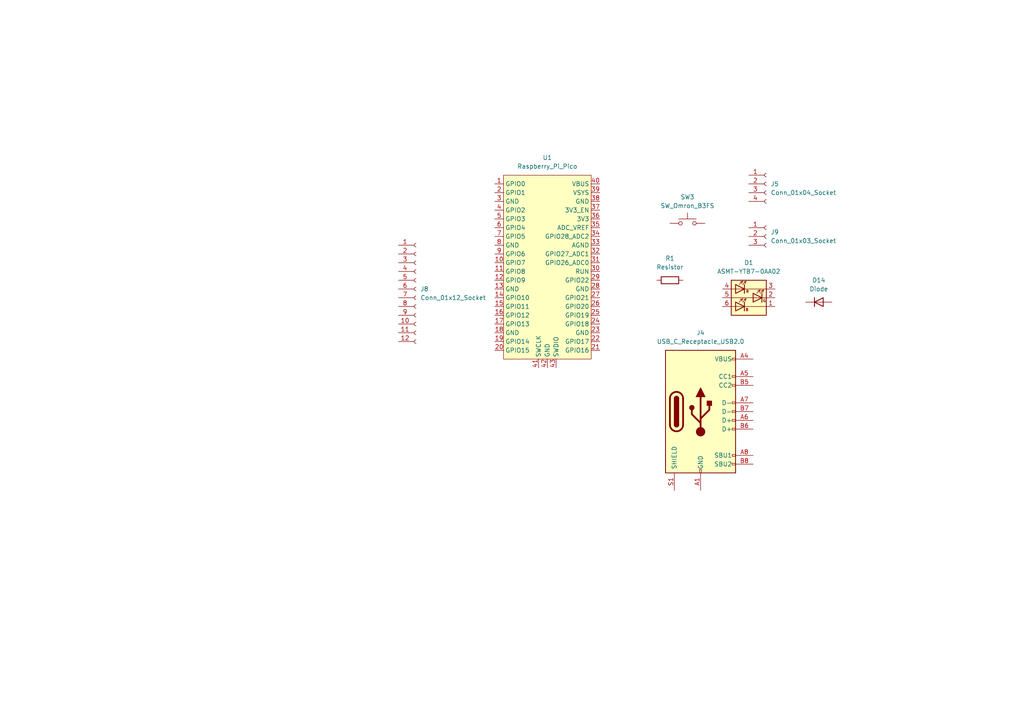
<source format=kicad_sch>
(kicad_sch (version 20230121) (generator eeschema)

  (uuid cc93ba93-52c5-40e3-999d-01b7f0e97828)

  (paper "A4")

  (lib_symbols
    (symbol "Connector:Conn_01x03_Socket" (pin_names (offset 1.016) hide) (in_bom yes) (on_board yes)
      (property "Reference" "J" (at 0 5.08 0)
        (effects (font (size 1.27 1.27)))
      )
      (property "Value" "Conn_01x03_Socket" (at 0 -5.08 0)
        (effects (font (size 1.27 1.27)))
      )
      (property "Footprint" "" (at 0 0 0)
        (effects (font (size 1.27 1.27)) hide)
      )
      (property "Datasheet" "~" (at 0 0 0)
        (effects (font (size 1.27 1.27)) hide)
      )
      (property "ki_locked" "" (at 0 0 0)
        (effects (font (size 1.27 1.27)))
      )
      (property "ki_keywords" "connector" (at 0 0 0)
        (effects (font (size 1.27 1.27)) hide)
      )
      (property "ki_description" "Generic connector, single row, 01x03, script generated" (at 0 0 0)
        (effects (font (size 1.27 1.27)) hide)
      )
      (property "ki_fp_filters" "Connector*:*_1x??_*" (at 0 0 0)
        (effects (font (size 1.27 1.27)) hide)
      )
      (symbol "Conn_01x03_Socket_1_1"
        (arc (start 0 -2.032) (mid -0.5058 -2.54) (end 0 -3.048)
          (stroke (width 0.1524) (type default))
          (fill (type none))
        )
        (polyline
          (pts
            (xy -1.27 -2.54)
            (xy -0.508 -2.54)
          )
          (stroke (width 0.1524) (type default))
          (fill (type none))
        )
        (polyline
          (pts
            (xy -1.27 0)
            (xy -0.508 0)
          )
          (stroke (width 0.1524) (type default))
          (fill (type none))
        )
        (polyline
          (pts
            (xy -1.27 2.54)
            (xy -0.508 2.54)
          )
          (stroke (width 0.1524) (type default))
          (fill (type none))
        )
        (arc (start 0 0.508) (mid -0.5058 0) (end 0 -0.508)
          (stroke (width 0.1524) (type default))
          (fill (type none))
        )
        (arc (start 0 3.048) (mid -0.5058 2.54) (end 0 2.032)
          (stroke (width 0.1524) (type default))
          (fill (type none))
        )
        (pin passive line (at -5.08 2.54 0) (length 3.81)
          (name "Pin_1" (effects (font (size 1.27 1.27))))
          (number "1" (effects (font (size 1.27 1.27))))
        )
        (pin passive line (at -5.08 0 0) (length 3.81)
          (name "Pin_2" (effects (font (size 1.27 1.27))))
          (number "2" (effects (font (size 1.27 1.27))))
        )
        (pin passive line (at -5.08 -2.54 0) (length 3.81)
          (name "Pin_3" (effects (font (size 1.27 1.27))))
          (number "3" (effects (font (size 1.27 1.27))))
        )
      )
    )
    (symbol "Connector:Conn_01x04_Socket" (pin_names (offset 1.016) hide) (in_bom yes) (on_board yes)
      (property "Reference" "J" (at 0 5.08 0)
        (effects (font (size 1.27 1.27)))
      )
      (property "Value" "Conn_01x04_Socket" (at 0 -7.62 0)
        (effects (font (size 1.27 1.27)))
      )
      (property "Footprint" "" (at 0 0 0)
        (effects (font (size 1.27 1.27)) hide)
      )
      (property "Datasheet" "~" (at 0 0 0)
        (effects (font (size 1.27 1.27)) hide)
      )
      (property "ki_locked" "" (at 0 0 0)
        (effects (font (size 1.27 1.27)))
      )
      (property "ki_keywords" "connector" (at 0 0 0)
        (effects (font (size 1.27 1.27)) hide)
      )
      (property "ki_description" "Generic connector, single row, 01x04, script generated" (at 0 0 0)
        (effects (font (size 1.27 1.27)) hide)
      )
      (property "ki_fp_filters" "Connector*:*_1x??_*" (at 0 0 0)
        (effects (font (size 1.27 1.27)) hide)
      )
      (symbol "Conn_01x04_Socket_1_1"
        (arc (start 0 -4.572) (mid -0.5058 -5.08) (end 0 -5.588)
          (stroke (width 0.1524) (type default))
          (fill (type none))
        )
        (arc (start 0 -2.032) (mid -0.5058 -2.54) (end 0 -3.048)
          (stroke (width 0.1524) (type default))
          (fill (type none))
        )
        (polyline
          (pts
            (xy -1.27 -5.08)
            (xy -0.508 -5.08)
          )
          (stroke (width 0.1524) (type default))
          (fill (type none))
        )
        (polyline
          (pts
            (xy -1.27 -2.54)
            (xy -0.508 -2.54)
          )
          (stroke (width 0.1524) (type default))
          (fill (type none))
        )
        (polyline
          (pts
            (xy -1.27 0)
            (xy -0.508 0)
          )
          (stroke (width 0.1524) (type default))
          (fill (type none))
        )
        (polyline
          (pts
            (xy -1.27 2.54)
            (xy -0.508 2.54)
          )
          (stroke (width 0.1524) (type default))
          (fill (type none))
        )
        (arc (start 0 0.508) (mid -0.5058 0) (end 0 -0.508)
          (stroke (width 0.1524) (type default))
          (fill (type none))
        )
        (arc (start 0 3.048) (mid -0.5058 2.54) (end 0 2.032)
          (stroke (width 0.1524) (type default))
          (fill (type none))
        )
        (pin passive line (at -5.08 2.54 0) (length 3.81)
          (name "Pin_1" (effects (font (size 1.27 1.27))))
          (number "1" (effects (font (size 1.27 1.27))))
        )
        (pin passive line (at -5.08 0 0) (length 3.81)
          (name "Pin_2" (effects (font (size 1.27 1.27))))
          (number "2" (effects (font (size 1.27 1.27))))
        )
        (pin passive line (at -5.08 -2.54 0) (length 3.81)
          (name "Pin_3" (effects (font (size 1.27 1.27))))
          (number "3" (effects (font (size 1.27 1.27))))
        )
        (pin passive line (at -5.08 -5.08 0) (length 3.81)
          (name "Pin_4" (effects (font (size 1.27 1.27))))
          (number "4" (effects (font (size 1.27 1.27))))
        )
      )
    )
    (symbol "Connector:Conn_01x12_Socket" (pin_names (offset 1.016) hide) (in_bom yes) (on_board yes)
      (property "Reference" "J" (at 0 15.24 0)
        (effects (font (size 1.27 1.27)))
      )
      (property "Value" "Conn_01x12_Socket" (at 0 -17.78 0)
        (effects (font (size 1.27 1.27)))
      )
      (property "Footprint" "" (at 0 0 0)
        (effects (font (size 1.27 1.27)) hide)
      )
      (property "Datasheet" "~" (at 0 0 0)
        (effects (font (size 1.27 1.27)) hide)
      )
      (property "ki_locked" "" (at 0 0 0)
        (effects (font (size 1.27 1.27)))
      )
      (property "ki_keywords" "connector" (at 0 0 0)
        (effects (font (size 1.27 1.27)) hide)
      )
      (property "ki_description" "Generic connector, single row, 01x12, script generated" (at 0 0 0)
        (effects (font (size 1.27 1.27)) hide)
      )
      (property "ki_fp_filters" "Connector*:*_1x??_*" (at 0 0 0)
        (effects (font (size 1.27 1.27)) hide)
      )
      (symbol "Conn_01x12_Socket_1_1"
        (arc (start 0 -14.732) (mid -0.5058 -15.24) (end 0 -15.748)
          (stroke (width 0.1524) (type default))
          (fill (type none))
        )
        (arc (start 0 -12.192) (mid -0.5058 -12.7) (end 0 -13.208)
          (stroke (width 0.1524) (type default))
          (fill (type none))
        )
        (arc (start 0 -9.652) (mid -0.5058 -10.16) (end 0 -10.668)
          (stroke (width 0.1524) (type default))
          (fill (type none))
        )
        (arc (start 0 -7.112) (mid -0.5058 -7.62) (end 0 -8.128)
          (stroke (width 0.1524) (type default))
          (fill (type none))
        )
        (arc (start 0 -4.572) (mid -0.5058 -5.08) (end 0 -5.588)
          (stroke (width 0.1524) (type default))
          (fill (type none))
        )
        (arc (start 0 -2.032) (mid -0.5058 -2.54) (end 0 -3.048)
          (stroke (width 0.1524) (type default))
          (fill (type none))
        )
        (polyline
          (pts
            (xy -1.27 -15.24)
            (xy -0.508 -15.24)
          )
          (stroke (width 0.1524) (type default))
          (fill (type none))
        )
        (polyline
          (pts
            (xy -1.27 -12.7)
            (xy -0.508 -12.7)
          )
          (stroke (width 0.1524) (type default))
          (fill (type none))
        )
        (polyline
          (pts
            (xy -1.27 -10.16)
            (xy -0.508 -10.16)
          )
          (stroke (width 0.1524) (type default))
          (fill (type none))
        )
        (polyline
          (pts
            (xy -1.27 -7.62)
            (xy -0.508 -7.62)
          )
          (stroke (width 0.1524) (type default))
          (fill (type none))
        )
        (polyline
          (pts
            (xy -1.27 -5.08)
            (xy -0.508 -5.08)
          )
          (stroke (width 0.1524) (type default))
          (fill (type none))
        )
        (polyline
          (pts
            (xy -1.27 -2.54)
            (xy -0.508 -2.54)
          )
          (stroke (width 0.1524) (type default))
          (fill (type none))
        )
        (polyline
          (pts
            (xy -1.27 0)
            (xy -0.508 0)
          )
          (stroke (width 0.1524) (type default))
          (fill (type none))
        )
        (polyline
          (pts
            (xy -1.27 2.54)
            (xy -0.508 2.54)
          )
          (stroke (width 0.1524) (type default))
          (fill (type none))
        )
        (polyline
          (pts
            (xy -1.27 5.08)
            (xy -0.508 5.08)
          )
          (stroke (width 0.1524) (type default))
          (fill (type none))
        )
        (polyline
          (pts
            (xy -1.27 7.62)
            (xy -0.508 7.62)
          )
          (stroke (width 0.1524) (type default))
          (fill (type none))
        )
        (polyline
          (pts
            (xy -1.27 10.16)
            (xy -0.508 10.16)
          )
          (stroke (width 0.1524) (type default))
          (fill (type none))
        )
        (polyline
          (pts
            (xy -1.27 12.7)
            (xy -0.508 12.7)
          )
          (stroke (width 0.1524) (type default))
          (fill (type none))
        )
        (arc (start 0 0.508) (mid -0.5058 0) (end 0 -0.508)
          (stroke (width 0.1524) (type default))
          (fill (type none))
        )
        (arc (start 0 3.048) (mid -0.5058 2.54) (end 0 2.032)
          (stroke (width 0.1524) (type default))
          (fill (type none))
        )
        (arc (start 0 5.588) (mid -0.5058 5.08) (end 0 4.572)
          (stroke (width 0.1524) (type default))
          (fill (type none))
        )
        (arc (start 0 8.128) (mid -0.5058 7.62) (end 0 7.112)
          (stroke (width 0.1524) (type default))
          (fill (type none))
        )
        (arc (start 0 10.668) (mid -0.5058 10.16) (end 0 9.652)
          (stroke (width 0.1524) (type default))
          (fill (type none))
        )
        (arc (start 0 13.208) (mid -0.5058 12.7) (end 0 12.192)
          (stroke (width 0.1524) (type default))
          (fill (type none))
        )
        (pin passive line (at -5.08 12.7 0) (length 3.81)
          (name "Pin_1" (effects (font (size 1.27 1.27))))
          (number "1" (effects (font (size 1.27 1.27))))
        )
        (pin passive line (at -5.08 -10.16 0) (length 3.81)
          (name "Pin_10" (effects (font (size 1.27 1.27))))
          (number "10" (effects (font (size 1.27 1.27))))
        )
        (pin passive line (at -5.08 -12.7 0) (length 3.81)
          (name "Pin_11" (effects (font (size 1.27 1.27))))
          (number "11" (effects (font (size 1.27 1.27))))
        )
        (pin passive line (at -5.08 -15.24 0) (length 3.81)
          (name "Pin_12" (effects (font (size 1.27 1.27))))
          (number "12" (effects (font (size 1.27 1.27))))
        )
        (pin passive line (at -5.08 10.16 0) (length 3.81)
          (name "Pin_2" (effects (font (size 1.27 1.27))))
          (number "2" (effects (font (size 1.27 1.27))))
        )
        (pin passive line (at -5.08 7.62 0) (length 3.81)
          (name "Pin_3" (effects (font (size 1.27 1.27))))
          (number "3" (effects (font (size 1.27 1.27))))
        )
        (pin passive line (at -5.08 5.08 0) (length 3.81)
          (name "Pin_4" (effects (font (size 1.27 1.27))))
          (number "4" (effects (font (size 1.27 1.27))))
        )
        (pin passive line (at -5.08 2.54 0) (length 3.81)
          (name "Pin_5" (effects (font (size 1.27 1.27))))
          (number "5" (effects (font (size 1.27 1.27))))
        )
        (pin passive line (at -5.08 0 0) (length 3.81)
          (name "Pin_6" (effects (font (size 1.27 1.27))))
          (number "6" (effects (font (size 1.27 1.27))))
        )
        (pin passive line (at -5.08 -2.54 0) (length 3.81)
          (name "Pin_7" (effects (font (size 1.27 1.27))))
          (number "7" (effects (font (size 1.27 1.27))))
        )
        (pin passive line (at -5.08 -5.08 0) (length 3.81)
          (name "Pin_8" (effects (font (size 1.27 1.27))))
          (number "8" (effects (font (size 1.27 1.27))))
        )
        (pin passive line (at -5.08 -7.62 0) (length 3.81)
          (name "Pin_9" (effects (font (size 1.27 1.27))))
          (number "9" (effects (font (size 1.27 1.27))))
        )
      )
    )
    (symbol "Connector:USB_C_Receptacle_USB2.0" (pin_names (offset 1.016)) (in_bom yes) (on_board yes)
      (property "Reference" "J" (at -10.16 19.05 0)
        (effects (font (size 1.27 1.27)) (justify left))
      )
      (property "Value" "USB_C_Receptacle_USB2.0" (at 19.05 19.05 0)
        (effects (font (size 1.27 1.27)) (justify right))
      )
      (property "Footprint" "" (at 3.81 0 0)
        (effects (font (size 1.27 1.27)) hide)
      )
      (property "Datasheet" "https://www.usb.org/sites/default/files/documents/usb_type-c.zip" (at 3.81 0 0)
        (effects (font (size 1.27 1.27)) hide)
      )
      (property "ki_keywords" "usb universal serial bus type-C USB2.0" (at 0 0 0)
        (effects (font (size 1.27 1.27)) hide)
      )
      (property "ki_description" "USB 2.0-only Type-C Receptacle connector" (at 0 0 0)
        (effects (font (size 1.27 1.27)) hide)
      )
      (property "ki_fp_filters" "USB*C*Receptacle*" (at 0 0 0)
        (effects (font (size 1.27 1.27)) hide)
      )
      (symbol "USB_C_Receptacle_USB2.0_0_0"
        (rectangle (start -0.254 -17.78) (end 0.254 -16.764)
          (stroke (width 0) (type default))
          (fill (type none))
        )
        (rectangle (start 10.16 -14.986) (end 9.144 -15.494)
          (stroke (width 0) (type default))
          (fill (type none))
        )
        (rectangle (start 10.16 -12.446) (end 9.144 -12.954)
          (stroke (width 0) (type default))
          (fill (type none))
        )
        (rectangle (start 10.16 -4.826) (end 9.144 -5.334)
          (stroke (width 0) (type default))
          (fill (type none))
        )
        (rectangle (start 10.16 -2.286) (end 9.144 -2.794)
          (stroke (width 0) (type default))
          (fill (type none))
        )
        (rectangle (start 10.16 0.254) (end 9.144 -0.254)
          (stroke (width 0) (type default))
          (fill (type none))
        )
        (rectangle (start 10.16 2.794) (end 9.144 2.286)
          (stroke (width 0) (type default))
          (fill (type none))
        )
        (rectangle (start 10.16 7.874) (end 9.144 7.366)
          (stroke (width 0) (type default))
          (fill (type none))
        )
        (rectangle (start 10.16 10.414) (end 9.144 9.906)
          (stroke (width 0) (type default))
          (fill (type none))
        )
        (rectangle (start 10.16 15.494) (end 9.144 14.986)
          (stroke (width 0) (type default))
          (fill (type none))
        )
      )
      (symbol "USB_C_Receptacle_USB2.0_0_1"
        (rectangle (start -10.16 17.78) (end 10.16 -17.78)
          (stroke (width 0.254) (type default))
          (fill (type background))
        )
        (arc (start -8.89 -3.81) (mid -6.985 -5.7067) (end -5.08 -3.81)
          (stroke (width 0.508) (type default))
          (fill (type none))
        )
        (arc (start -7.62 -3.81) (mid -6.985 -4.4423) (end -6.35 -3.81)
          (stroke (width 0.254) (type default))
          (fill (type none))
        )
        (arc (start -7.62 -3.81) (mid -6.985 -4.4423) (end -6.35 -3.81)
          (stroke (width 0.254) (type default))
          (fill (type outline))
        )
        (rectangle (start -7.62 -3.81) (end -6.35 3.81)
          (stroke (width 0.254) (type default))
          (fill (type outline))
        )
        (arc (start -6.35 3.81) (mid -6.985 4.4423) (end -7.62 3.81)
          (stroke (width 0.254) (type default))
          (fill (type none))
        )
        (arc (start -6.35 3.81) (mid -6.985 4.4423) (end -7.62 3.81)
          (stroke (width 0.254) (type default))
          (fill (type outline))
        )
        (arc (start -5.08 3.81) (mid -6.985 5.7067) (end -8.89 3.81)
          (stroke (width 0.508) (type default))
          (fill (type none))
        )
        (circle (center -2.54 1.143) (radius 0.635)
          (stroke (width 0.254) (type default))
          (fill (type outline))
        )
        (circle (center 0 -5.842) (radius 1.27)
          (stroke (width 0) (type default))
          (fill (type outline))
        )
        (polyline
          (pts
            (xy -8.89 -3.81)
            (xy -8.89 3.81)
          )
          (stroke (width 0.508) (type default))
          (fill (type none))
        )
        (polyline
          (pts
            (xy -5.08 3.81)
            (xy -5.08 -3.81)
          )
          (stroke (width 0.508) (type default))
          (fill (type none))
        )
        (polyline
          (pts
            (xy 0 -5.842)
            (xy 0 4.318)
          )
          (stroke (width 0.508) (type default))
          (fill (type none))
        )
        (polyline
          (pts
            (xy 0 -3.302)
            (xy -2.54 -0.762)
            (xy -2.54 0.508)
          )
          (stroke (width 0.508) (type default))
          (fill (type none))
        )
        (polyline
          (pts
            (xy 0 -2.032)
            (xy 2.54 0.508)
            (xy 2.54 1.778)
          )
          (stroke (width 0.508) (type default))
          (fill (type none))
        )
        (polyline
          (pts
            (xy -1.27 4.318)
            (xy 0 6.858)
            (xy 1.27 4.318)
            (xy -1.27 4.318)
          )
          (stroke (width 0.254) (type default))
          (fill (type outline))
        )
        (rectangle (start 1.905 1.778) (end 3.175 3.048)
          (stroke (width 0.254) (type default))
          (fill (type outline))
        )
      )
      (symbol "USB_C_Receptacle_USB2.0_1_1"
        (pin passive line (at 0 -22.86 90) (length 5.08)
          (name "GND" (effects (font (size 1.27 1.27))))
          (number "A1" (effects (font (size 1.27 1.27))))
        )
        (pin passive line (at 0 -22.86 90) (length 5.08) hide
          (name "GND" (effects (font (size 1.27 1.27))))
          (number "A12" (effects (font (size 1.27 1.27))))
        )
        (pin passive line (at 15.24 15.24 180) (length 5.08)
          (name "VBUS" (effects (font (size 1.27 1.27))))
          (number "A4" (effects (font (size 1.27 1.27))))
        )
        (pin bidirectional line (at 15.24 10.16 180) (length 5.08)
          (name "CC1" (effects (font (size 1.27 1.27))))
          (number "A5" (effects (font (size 1.27 1.27))))
        )
        (pin bidirectional line (at 15.24 -2.54 180) (length 5.08)
          (name "D+" (effects (font (size 1.27 1.27))))
          (number "A6" (effects (font (size 1.27 1.27))))
        )
        (pin bidirectional line (at 15.24 2.54 180) (length 5.08)
          (name "D-" (effects (font (size 1.27 1.27))))
          (number "A7" (effects (font (size 1.27 1.27))))
        )
        (pin bidirectional line (at 15.24 -12.7 180) (length 5.08)
          (name "SBU1" (effects (font (size 1.27 1.27))))
          (number "A8" (effects (font (size 1.27 1.27))))
        )
        (pin passive line (at 15.24 15.24 180) (length 5.08) hide
          (name "VBUS" (effects (font (size 1.27 1.27))))
          (number "A9" (effects (font (size 1.27 1.27))))
        )
        (pin passive line (at 0 -22.86 90) (length 5.08) hide
          (name "GND" (effects (font (size 1.27 1.27))))
          (number "B1" (effects (font (size 1.27 1.27))))
        )
        (pin passive line (at 0 -22.86 90) (length 5.08) hide
          (name "GND" (effects (font (size 1.27 1.27))))
          (number "B12" (effects (font (size 1.27 1.27))))
        )
        (pin passive line (at 15.24 15.24 180) (length 5.08) hide
          (name "VBUS" (effects (font (size 1.27 1.27))))
          (number "B4" (effects (font (size 1.27 1.27))))
        )
        (pin bidirectional line (at 15.24 7.62 180) (length 5.08)
          (name "CC2" (effects (font (size 1.27 1.27))))
          (number "B5" (effects (font (size 1.27 1.27))))
        )
        (pin bidirectional line (at 15.24 -5.08 180) (length 5.08)
          (name "D+" (effects (font (size 1.27 1.27))))
          (number "B6" (effects (font (size 1.27 1.27))))
        )
        (pin bidirectional line (at 15.24 0 180) (length 5.08)
          (name "D-" (effects (font (size 1.27 1.27))))
          (number "B7" (effects (font (size 1.27 1.27))))
        )
        (pin bidirectional line (at 15.24 -15.24 180) (length 5.08)
          (name "SBU2" (effects (font (size 1.27 1.27))))
          (number "B8" (effects (font (size 1.27 1.27))))
        )
        (pin passive line (at 15.24 15.24 180) (length 5.08) hide
          (name "VBUS" (effects (font (size 1.27 1.27))))
          (number "B9" (effects (font (size 1.27 1.27))))
        )
        (pin passive line (at -7.62 -22.86 90) (length 5.08)
          (name "SHIELD" (effects (font (size 1.27 1.27))))
          (number "S1" (effects (font (size 1.27 1.27))))
        )
      )
    )
    (symbol "LED:ASMT-YTB7-0AA02" (pin_names hide) (in_bom yes) (on_board yes)
      (property "Reference" "D" (at -5.08 6.35 0)
        (effects (font (size 1.27 1.27)) (justify left))
      )
      (property "Value" "ASMT-YTB7-0AA02" (at -5.08 -6.35 0)
        (effects (font (size 1.27 1.27)) (justify left))
      )
      (property "Footprint" "LED_SMD:LED_Avago_PLCC6_3x2.8mm" (at -5.08 -8.128 0)
        (effects (font (size 1.27 1.27)) (justify left) hide)
      )
      (property "Datasheet" "https://docs.broadcom.com/docs/AV02-3793EN" (at 3.81 0 0)
        (effects (font (size 1.27 1.27)) (justify left) hide)
      )
      (property "ki_keywords" "LED RGB" (at 0 0 0)
        (effects (font (size 1.27 1.27)) hide)
      )
      (property "ki_description" "Triple LED RVB (Avago Technology)" (at 0 0 0)
        (effects (font (size 1.27 1.27)) hide)
      )
      (property "ki_fp_filters" "LED?Avago?PLCC6?3x2.8mm*" (at 0 0 0)
        (effects (font (size 1.27 1.27)) hide)
      )
      (symbol "ASMT-YTB7-0AA02_0_0"
        (text "B" (at -0.508 -3.4544 0)
          (effects (font (size 0.762 0.762)))
        )
        (text "G" (at 4.5466 -0.8382 0)
          (effects (font (size 0.762 0.762)))
        )
        (text "R" (at -0.381 1.8034 0)
          (effects (font (size 0.762 0.762)))
        )
      )
      (symbol "ASMT-YTB7-0AA02_0_1"
        (rectangle (start -5.08 5.08) (end 5.08 -5.08)
          (stroke (width 0.254) (type default))
          (fill (type background))
        )
        (polyline
          (pts
            (xy -5.08 -2.54)
            (xy 5.08 -2.54)
          )
          (stroke (width 0) (type default))
          (fill (type none))
        )
        (polyline
          (pts
            (xy -5.08 0)
            (xy 5.08 0)
          )
          (stroke (width 0) (type default))
          (fill (type none))
        )
        (polyline
          (pts
            (xy -5.08 2.54)
            (xy 5.08 2.54)
          )
          (stroke (width 0) (type default))
          (fill (type none))
        )
        (polyline
          (pts
            (xy -2.794 -1.27)
            (xy -1.778 -0.254)
          )
          (stroke (width 0) (type default))
          (fill (type none))
        )
        (polyline
          (pts
            (xy -2.794 3.81)
            (xy -1.778 4.826)
          )
          (stroke (width 0) (type default))
          (fill (type none))
        )
        (polyline
          (pts
            (xy -1.778 -1.27)
            (xy -0.762 -0.254)
          )
          (stroke (width 0) (type default))
          (fill (type none))
        )
        (polyline
          (pts
            (xy -1.778 3.81)
            (xy -0.762 4.826)
          )
          (stroke (width 0) (type default))
          (fill (type none))
        )
        (polyline
          (pts
            (xy -1.27 -1.27)
            (xy -1.27 -3.81)
          )
          (stroke (width 0.254) (type default))
          (fill (type none))
        )
        (polyline
          (pts
            (xy -1.27 3.81)
            (xy -1.27 1.27)
          )
          (stroke (width 0.254) (type default))
          (fill (type none))
        )
        (polyline
          (pts
            (xy 2.286 1.27)
            (xy 3.302 2.286)
          )
          (stroke (width 0) (type default))
          (fill (type none))
        )
        (polyline
          (pts
            (xy 3.302 1.27)
            (xy 4.318 2.286)
          )
          (stroke (width 0) (type default))
          (fill (type none))
        )
        (polyline
          (pts
            (xy 3.81 1.27)
            (xy 3.81 -1.27)
          )
          (stroke (width 0.254) (type default))
          (fill (type none))
        )
        (polyline
          (pts
            (xy -2.54 4.572)
            (xy -1.778 4.826)
            (xy -2.032 4.064)
          )
          (stroke (width 0) (type default))
          (fill (type none))
        )
        (polyline
          (pts
            (xy -2.032 -1.016)
            (xy -1.778 -0.254)
            (xy -2.54 -0.508)
          )
          (stroke (width 0) (type default))
          (fill (type none))
        )
        (polyline
          (pts
            (xy -1.524 -0.508)
            (xy -0.762 -0.254)
            (xy -1.016 -1.016)
          )
          (stroke (width 0) (type default))
          (fill (type none))
        )
        (polyline
          (pts
            (xy -1.524 4.572)
            (xy -0.762 4.826)
            (xy -1.016 4.064)
          )
          (stroke (width 0) (type default))
          (fill (type none))
        )
        (polyline
          (pts
            (xy 3.048 1.524)
            (xy 3.302 2.286)
            (xy 2.54 2.032)
          )
          (stroke (width 0) (type default))
          (fill (type none))
        )
        (polyline
          (pts
            (xy 3.556 2.032)
            (xy 4.318 2.286)
            (xy 4.064 1.524)
          )
          (stroke (width 0) (type default))
          (fill (type none))
        )
        (polyline
          (pts
            (xy -3.81 -1.27)
            (xy -3.81 -3.81)
            (xy -1.27 -2.54)
            (xy -3.81 -1.27)
          )
          (stroke (width 0.254) (type default))
          (fill (type none))
        )
        (polyline
          (pts
            (xy -3.81 3.81)
            (xy -3.81 1.27)
            (xy -1.27 2.54)
            (xy -3.81 3.81)
          )
          (stroke (width 0.254) (type default))
          (fill (type none))
        )
        (polyline
          (pts
            (xy 1.27 1.27)
            (xy 1.27 -1.27)
            (xy 3.81 0)
            (xy 1.27 1.27)
          )
          (stroke (width 0.254) (type default))
          (fill (type none))
        )
      )
      (symbol "ASMT-YTB7-0AA02_1_1"
        (pin passive line (at 7.62 -2.54 180) (length 2.54)
          (name "KB" (effects (font (size 1.27 1.27))))
          (number "1" (effects (font (size 1.27 1.27))))
        )
        (pin passive line (at 7.62 0 180) (length 2.54)
          (name "KG" (effects (font (size 1.27 1.27))))
          (number "2" (effects (font (size 1.27 1.27))))
        )
        (pin passive line (at 7.62 2.54 180) (length 2.54)
          (name "KR" (effects (font (size 1.27 1.27))))
          (number "3" (effects (font (size 1.27 1.27))))
        )
        (pin passive line (at -7.62 2.54 0) (length 2.54)
          (name "AR" (effects (font (size 1.27 1.27))))
          (number "4" (effects (font (size 1.27 1.27))))
        )
        (pin passive line (at -7.62 0 0) (length 2.54)
          (name "AG" (effects (font (size 1.27 1.27))))
          (number "5" (effects (font (size 1.27 1.27))))
        )
        (pin passive line (at -7.62 -2.54 0) (length 2.54)
          (name "AB" (effects (font (size 1.27 1.27))))
          (number "6" (effects (font (size 1.27 1.27))))
        )
      )
    )
    (symbol "ScottoKeebs:MCU_Raspberry_Pi_Pico" (in_bom yes) (on_board yes)
      (property "Reference" "U" (at 0 0 0)
        (effects (font (size 1.27 1.27)))
      )
      (property "Value" "Raspberry_Pi_Pico" (at 0 27.94 0)
        (effects (font (size 1.27 1.27)))
      )
      (property "Footprint" "ScottoKeebs_MCU:Raspberry_Pi_Pico" (at 0 30.48 0)
        (effects (font (size 1.27 1.27)) hide)
      )
      (property "Datasheet" "" (at 0 0 0)
        (effects (font (size 1.27 1.27)) hide)
      )
      (symbol "MCU_Raspberry_Pi_Pico_0_1"
        (rectangle (start -12.7 26.67) (end 12.7 -26.67)
          (stroke (width 0) (type default))
          (fill (type background))
        )
      )
      (symbol "MCU_Raspberry_Pi_Pico_1_1"
        (pin bidirectional line (at -15.24 24.13 0) (length 2.54)
          (name "GPIO0" (effects (font (size 1.27 1.27))))
          (number "1" (effects (font (size 1.27 1.27))))
        )
        (pin bidirectional line (at -15.24 1.27 0) (length 2.54)
          (name "GPIO7" (effects (font (size 1.27 1.27))))
          (number "10" (effects (font (size 1.27 1.27))))
        )
        (pin bidirectional line (at -15.24 -1.27 0) (length 2.54)
          (name "GPIO8" (effects (font (size 1.27 1.27))))
          (number "11" (effects (font (size 1.27 1.27))))
        )
        (pin bidirectional line (at -15.24 -3.81 0) (length 2.54)
          (name "GPIO9" (effects (font (size 1.27 1.27))))
          (number "12" (effects (font (size 1.27 1.27))))
        )
        (pin power_in line (at -15.24 -6.35 0) (length 2.54)
          (name "GND" (effects (font (size 1.27 1.27))))
          (number "13" (effects (font (size 1.27 1.27))))
        )
        (pin bidirectional line (at -15.24 -8.89 0) (length 2.54)
          (name "GPIO10" (effects (font (size 1.27 1.27))))
          (number "14" (effects (font (size 1.27 1.27))))
        )
        (pin bidirectional line (at -15.24 -11.43 0) (length 2.54)
          (name "GPIO11" (effects (font (size 1.27 1.27))))
          (number "15" (effects (font (size 1.27 1.27))))
        )
        (pin bidirectional line (at -15.24 -13.97 0) (length 2.54)
          (name "GPIO12" (effects (font (size 1.27 1.27))))
          (number "16" (effects (font (size 1.27 1.27))))
        )
        (pin bidirectional line (at -15.24 -16.51 0) (length 2.54)
          (name "GPIO13" (effects (font (size 1.27 1.27))))
          (number "17" (effects (font (size 1.27 1.27))))
        )
        (pin power_in line (at -15.24 -19.05 0) (length 2.54)
          (name "GND" (effects (font (size 1.27 1.27))))
          (number "18" (effects (font (size 1.27 1.27))))
        )
        (pin bidirectional line (at -15.24 -21.59 0) (length 2.54)
          (name "GPIO14" (effects (font (size 1.27 1.27))))
          (number "19" (effects (font (size 1.27 1.27))))
        )
        (pin bidirectional line (at -15.24 21.59 0) (length 2.54)
          (name "GPIO1" (effects (font (size 1.27 1.27))))
          (number "2" (effects (font (size 1.27 1.27))))
        )
        (pin bidirectional line (at -15.24 -24.13 0) (length 2.54)
          (name "GPIO15" (effects (font (size 1.27 1.27))))
          (number "20" (effects (font (size 1.27 1.27))))
        )
        (pin bidirectional line (at 15.24 -24.13 180) (length 2.54)
          (name "GPIO16" (effects (font (size 1.27 1.27))))
          (number "21" (effects (font (size 1.27 1.27))))
        )
        (pin bidirectional line (at 15.24 -21.59 180) (length 2.54)
          (name "GPIO17" (effects (font (size 1.27 1.27))))
          (number "22" (effects (font (size 1.27 1.27))))
        )
        (pin power_in line (at 15.24 -19.05 180) (length 2.54)
          (name "GND" (effects (font (size 1.27 1.27))))
          (number "23" (effects (font (size 1.27 1.27))))
        )
        (pin bidirectional line (at 15.24 -16.51 180) (length 2.54)
          (name "GPIO18" (effects (font (size 1.27 1.27))))
          (number "24" (effects (font (size 1.27 1.27))))
        )
        (pin bidirectional line (at 15.24 -13.97 180) (length 2.54)
          (name "GPIO19" (effects (font (size 1.27 1.27))))
          (number "25" (effects (font (size 1.27 1.27))))
        )
        (pin bidirectional line (at 15.24 -11.43 180) (length 2.54)
          (name "GPIO20" (effects (font (size 1.27 1.27))))
          (number "26" (effects (font (size 1.27 1.27))))
        )
        (pin bidirectional line (at 15.24 -8.89 180) (length 2.54)
          (name "GPIO21" (effects (font (size 1.27 1.27))))
          (number "27" (effects (font (size 1.27 1.27))))
        )
        (pin power_in line (at 15.24 -6.35 180) (length 2.54)
          (name "GND" (effects (font (size 1.27 1.27))))
          (number "28" (effects (font (size 1.27 1.27))))
        )
        (pin bidirectional line (at 15.24 -3.81 180) (length 2.54)
          (name "GPIO22" (effects (font (size 1.27 1.27))))
          (number "29" (effects (font (size 1.27 1.27))))
        )
        (pin power_in line (at -15.24 19.05 0) (length 2.54)
          (name "GND" (effects (font (size 1.27 1.27))))
          (number "3" (effects (font (size 1.27 1.27))))
        )
        (pin input line (at 15.24 -1.27 180) (length 2.54)
          (name "RUN" (effects (font (size 1.27 1.27))))
          (number "30" (effects (font (size 1.27 1.27))))
        )
        (pin bidirectional line (at 15.24 1.27 180) (length 2.54)
          (name "GPIO26_ADC0" (effects (font (size 1.27 1.27))))
          (number "31" (effects (font (size 1.27 1.27))))
        )
        (pin bidirectional line (at 15.24 3.81 180) (length 2.54)
          (name "GPIO27_ADC1" (effects (font (size 1.27 1.27))))
          (number "32" (effects (font (size 1.27 1.27))))
        )
        (pin power_in line (at 15.24 6.35 180) (length 2.54)
          (name "AGND" (effects (font (size 1.27 1.27))))
          (number "33" (effects (font (size 1.27 1.27))))
        )
        (pin bidirectional line (at 15.24 8.89 180) (length 2.54)
          (name "GPIO28_ADC2" (effects (font (size 1.27 1.27))))
          (number "34" (effects (font (size 1.27 1.27))))
        )
        (pin power_in line (at 15.24 11.43 180) (length 2.54)
          (name "ADC_VREF" (effects (font (size 1.27 1.27))))
          (number "35" (effects (font (size 1.27 1.27))))
        )
        (pin power_in line (at 15.24 13.97 180) (length 2.54)
          (name "3V3" (effects (font (size 1.27 1.27))))
          (number "36" (effects (font (size 1.27 1.27))))
        )
        (pin input line (at 15.24 16.51 180) (length 2.54)
          (name "3V3_EN" (effects (font (size 1.27 1.27))))
          (number "37" (effects (font (size 1.27 1.27))))
        )
        (pin bidirectional line (at 15.24 19.05 180) (length 2.54)
          (name "GND" (effects (font (size 1.27 1.27))))
          (number "38" (effects (font (size 1.27 1.27))))
        )
        (pin power_in line (at 15.24 21.59 180) (length 2.54)
          (name "VSYS" (effects (font (size 1.27 1.27))))
          (number "39" (effects (font (size 1.27 1.27))))
        )
        (pin bidirectional line (at -15.24 16.51 0) (length 2.54)
          (name "GPIO2" (effects (font (size 1.27 1.27))))
          (number "4" (effects (font (size 1.27 1.27))))
        )
        (pin power_in line (at 15.24 24.13 180) (length 2.54)
          (name "VBUS" (effects (font (size 1.27 1.27))))
          (number "40" (effects (font (size 1.27 1.27))))
        )
        (pin input line (at -2.54 -29.21 90) (length 2.54)
          (name "SWCLK" (effects (font (size 1.27 1.27))))
          (number "41" (effects (font (size 1.27 1.27))))
        )
        (pin power_in line (at 0 -29.21 90) (length 2.54)
          (name "GND" (effects (font (size 1.27 1.27))))
          (number "42" (effects (font (size 1.27 1.27))))
        )
        (pin bidirectional line (at 2.54 -29.21 90) (length 2.54)
          (name "SWDIO" (effects (font (size 1.27 1.27))))
          (number "43" (effects (font (size 1.27 1.27))))
        )
        (pin bidirectional line (at -15.24 13.97 0) (length 2.54)
          (name "GPIO3" (effects (font (size 1.27 1.27))))
          (number "5" (effects (font (size 1.27 1.27))))
        )
        (pin bidirectional line (at -15.24 11.43 0) (length 2.54)
          (name "GPIO4" (effects (font (size 1.27 1.27))))
          (number "6" (effects (font (size 1.27 1.27))))
        )
        (pin bidirectional line (at -15.24 8.89 0) (length 2.54)
          (name "GPIO5" (effects (font (size 1.27 1.27))))
          (number "7" (effects (font (size 1.27 1.27))))
        )
        (pin power_in line (at -15.24 6.35 0) (length 2.54)
          (name "GND" (effects (font (size 1.27 1.27))))
          (number "8" (effects (font (size 1.27 1.27))))
        )
        (pin bidirectional line (at -15.24 3.81 0) (length 2.54)
          (name "GPIO6" (effects (font (size 1.27 1.27))))
          (number "9" (effects (font (size 1.27 1.27))))
        )
      )
    )
    (symbol "ScottoKeebs:Placeholder_Diode" (pin_numbers hide) (pin_names hide) (in_bom yes) (on_board yes)
      (property "Reference" "D" (at 0 2.54 0)
        (effects (font (size 1.27 1.27)))
      )
      (property "Value" "Diode" (at 0 -2.54 0)
        (effects (font (size 1.27 1.27)))
      )
      (property "Footprint" "" (at 0 0 0)
        (effects (font (size 1.27 1.27)) hide)
      )
      (property "Datasheet" "" (at 0 0 0)
        (effects (font (size 1.27 1.27)) hide)
      )
      (property "Sim.Device" "D" (at 0 0 0)
        (effects (font (size 1.27 1.27)) hide)
      )
      (property "Sim.Pins" "1=K 2=A" (at 0 0 0)
        (effects (font (size 1.27 1.27)) hide)
      )
      (property "ki_keywords" "diode" (at 0 0 0)
        (effects (font (size 1.27 1.27)) hide)
      )
      (property "ki_description" "1N4148 (DO-35) or 1N4148W (SOD-123)" (at 0 0 0)
        (effects (font (size 1.27 1.27)) hide)
      )
      (property "ki_fp_filters" "D*DO?35*" (at 0 0 0)
        (effects (font (size 1.27 1.27)) hide)
      )
      (symbol "Placeholder_Diode_0_1"
        (polyline
          (pts
            (xy -1.27 1.27)
            (xy -1.27 -1.27)
          )
          (stroke (width 0.254) (type default))
          (fill (type none))
        )
        (polyline
          (pts
            (xy 1.27 0)
            (xy -1.27 0)
          )
          (stroke (width 0) (type default))
          (fill (type none))
        )
        (polyline
          (pts
            (xy 1.27 1.27)
            (xy 1.27 -1.27)
            (xy -1.27 0)
            (xy 1.27 1.27)
          )
          (stroke (width 0.254) (type default))
          (fill (type none))
        )
      )
      (symbol "Placeholder_Diode_1_1"
        (pin passive line (at -3.81 0 0) (length 2.54)
          (name "K" (effects (font (size 1.27 1.27))))
          (number "1" (effects (font (size 1.27 1.27))))
        )
        (pin passive line (at 3.81 0 180) (length 2.54)
          (name "A" (effects (font (size 1.27 1.27))))
          (number "2" (effects (font (size 1.27 1.27))))
        )
      )
    )
    (symbol "ScottoKeebs:Placeholder_Resistor" (pin_numbers hide) (pin_names (offset 0)) (in_bom yes) (on_board yes)
      (property "Reference" "R" (at 0 2.032 0)
        (effects (font (size 1.27 1.27)))
      )
      (property "Value" "Resistor" (at 0 -2.54 0)
        (effects (font (size 1.27 1.27)))
      )
      (property "Footprint" "" (at 0 -1.778 0)
        (effects (font (size 1.27 1.27)) hide)
      )
      (property "Datasheet" "~" (at 0 0 90)
        (effects (font (size 1.27 1.27)) hide)
      )
      (property "ki_keywords" "R res resistor" (at 0 0 0)
        (effects (font (size 1.27 1.27)) hide)
      )
      (property "ki_description" "Resistor" (at 0 0 0)
        (effects (font (size 1.27 1.27)) hide)
      )
      (property "ki_fp_filters" "R_*" (at 0 0 0)
        (effects (font (size 1.27 1.27)) hide)
      )
      (symbol "Placeholder_Resistor_0_1"
        (rectangle (start 2.54 -1.016) (end -2.54 1.016)
          (stroke (width 0.254) (type default))
          (fill (type none))
        )
      )
      (symbol "Placeholder_Resistor_1_1"
        (pin passive line (at -3.81 0 0) (length 1.27)
          (name "~" (effects (font (size 1.27 1.27))))
          (number "1" (effects (font (size 1.27 1.27))))
        )
        (pin passive line (at 3.81 0 180) (length 1.27)
          (name "~" (effects (font (size 1.27 1.27))))
          (number "2" (effects (font (size 1.27 1.27))))
        )
      )
    )
    (symbol "Switch:SW_Omron_B3FS" (pin_numbers hide) (pin_names (offset 1.016) hide) (in_bom yes) (on_board yes)
      (property "Reference" "SW" (at 1.27 2.54 0)
        (effects (font (size 1.27 1.27)) (justify left))
      )
      (property "Value" "SW_Omron_B3FS" (at 0 -1.524 0)
        (effects (font (size 1.27 1.27)))
      )
      (property "Footprint" "" (at 0 5.08 0)
        (effects (font (size 1.27 1.27)) hide)
      )
      (property "Datasheet" "https://omronfs.omron.com/en_US/ecb/products/pdf/en-b3fs.pdf" (at 0 5.08 0)
        (effects (font (size 1.27 1.27)) hide)
      )
      (property "ki_keywords" "switch normally-open pushbutton push-button" (at 0 0 0)
        (effects (font (size 1.27 1.27)) hide)
      )
      (property "ki_description" "Omron B3FS 6x6mm single pole normally-open tactile switch" (at 0 0 0)
        (effects (font (size 1.27 1.27)) hide)
      )
      (property "ki_fp_filters" "SW*Omron*B3FS*" (at 0 0 0)
        (effects (font (size 1.27 1.27)) hide)
      )
      (symbol "SW_Omron_B3FS_0_1"
        (circle (center -2.032 0) (radius 0.508)
          (stroke (width 0) (type default))
          (fill (type none))
        )
        (polyline
          (pts
            (xy 0 1.27)
            (xy 0 3.048)
          )
          (stroke (width 0) (type default))
          (fill (type none))
        )
        (polyline
          (pts
            (xy 2.54 1.27)
            (xy -2.54 1.27)
          )
          (stroke (width 0) (type default))
          (fill (type none))
        )
        (circle (center 2.032 0) (radius 0.508)
          (stroke (width 0) (type default))
          (fill (type none))
        )
        (pin passive line (at -5.08 0 0) (length 2.54)
          (name "1" (effects (font (size 1.27 1.27))))
          (number "1" (effects (font (size 1.27 1.27))))
        )
        (pin passive line (at 5.08 0 180) (length 2.54)
          (name "2" (effects (font (size 1.27 1.27))))
          (number "2" (effects (font (size 1.27 1.27))))
        )
      )
    )
  )


  (symbol (lib_id "ScottoKeebs:MCU_Raspberry_Pi_Pico") (at 158.75 77.47 0) (unit 1)
    (in_bom yes) (on_board yes) (dnp no) (fields_autoplaced)
    (uuid 0543e4cd-7b0b-4006-bc57-8914b5a61a02)
    (property "Reference" "U1" (at 158.75 45.72 0)
      (effects (font (size 1.27 1.27)))
    )
    (property "Value" "Raspberry_Pi_Pico" (at 158.75 48.26 0)
      (effects (font (size 1.27 1.27)))
    )
    (property "Footprint" "ScottoKeebs_MCU:Raspberry_Pi_Pico" (at 158.75 46.99 0)
      (effects (font (size 1.27 1.27)) hide)
    )
    (property "Datasheet" "" (at 158.75 77.47 0)
      (effects (font (size 1.27 1.27)) hide)
    )
    (pin "1" (uuid e4111628-d195-44e4-9432-d5c9bc5ed9ae))
    (pin "10" (uuid ed8d952d-13c8-4238-a74c-d7a0e8e10646))
    (pin "11" (uuid 0e8b83a1-01dc-405f-a695-5dd37d5b1b7f))
    (pin "12" (uuid 689d63bd-7fe0-4695-89bf-76a58ae54dab))
    (pin "13" (uuid a2bfbfbf-9022-424c-a822-dc87ef0c0092))
    (pin "14" (uuid 1eb8e213-407d-4a8b-9afc-8f9c9e726bcf))
    (pin "15" (uuid 7a211dae-68f5-466a-8680-9b457d1f12e0))
    (pin "16" (uuid 18caec37-f138-49ca-a367-24ce3841d295))
    (pin "17" (uuid 8c72bf10-f247-4fa7-9275-5e2c800877f3))
    (pin "18" (uuid 69524174-4fca-482e-88e3-3ec6a8d1cb8d))
    (pin "19" (uuid 4e46026f-ba3f-442e-b980-a6dcf382d5a6))
    (pin "2" (uuid b1db8dbc-8f73-440f-af0f-9e026a4901a6))
    (pin "20" (uuid 83a66b67-a329-438b-9c69-e57e24b06773))
    (pin "21" (uuid 91ee8b2a-6301-4007-b0a8-4520019df990))
    (pin "22" (uuid a4d0fd5b-589f-473b-b687-d304e893e7b6))
    (pin "23" (uuid 14135704-c1f4-4a1d-8d3f-c2d730d08814))
    (pin "24" (uuid e627ed7f-6899-49a0-9c4c-1fc30722a1ff))
    (pin "25" (uuid 3c9aecbe-ef97-4ef3-b542-48b495088499))
    (pin "26" (uuid 8ce18e1e-ef86-4de8-9553-7ccadbc4b9e5))
    (pin "27" (uuid 95a7360c-2d57-428c-b28e-86149d681267))
    (pin "28" (uuid c0d87c06-454a-494e-a1fb-fee2f86f82a0))
    (pin "29" (uuid 63ee4b93-b7d4-408f-9144-b9527749b452))
    (pin "3" (uuid e0907ca3-f8c7-4b6e-bcb4-c3ce881c2c5a))
    (pin "30" (uuid 96262308-91d7-4ed1-9753-f0064d2b1298))
    (pin "31" (uuid 41b910cc-5d80-4cfe-8cac-de9154036e90))
    (pin "32" (uuid 3196622b-7fc0-40a3-8fc7-ff54e7b1d5ae))
    (pin "33" (uuid 0b1609c8-9da4-4c4f-afd1-4310ad91c873))
    (pin "34" (uuid fc1da85d-9396-4410-8ae5-d5da35271bd6))
    (pin "35" (uuid be885917-142b-4d7c-9172-fb48f122c793))
    (pin "36" (uuid 21bed4fa-981c-4863-b3ad-a2a7655dabb3))
    (pin "37" (uuid 7f9eee5e-0bc0-467c-81a2-dc6724bded74))
    (pin "38" (uuid 0ca0f22f-9d0c-427b-bfad-4e9c18cde28e))
    (pin "39" (uuid d516de53-2553-4bb9-9e9b-70e915482733))
    (pin "4" (uuid 9f0659cd-c061-4941-86af-1ec0a9c56147))
    (pin "40" (uuid 927868d1-b14c-4025-872d-681c68d5ec7c))
    (pin "41" (uuid b02de51e-fc08-4812-948e-af5a10479741))
    (pin "42" (uuid ca86a1dc-a394-4551-86c8-68ee1a0e3d33))
    (pin "43" (uuid f024c708-cc25-43d3-82c8-816102050ae5))
    (pin "5" (uuid fa0a4022-4bcf-432f-a5a0-4f2b0489699d))
    (pin "6" (uuid e41e28ca-768b-4404-94ee-e2845420935f))
    (pin "7" (uuid c96c4c5e-77d6-4d88-99f8-9651d207d3f4))
    (pin "8" (uuid 250f4ed6-b5f0-4887-911e-d2fb5e787317))
    (pin "9" (uuid 5916ab30-ff37-412c-b025-fadee50b4e8b))
    (instances
      (project "mksp_Mk1_rev0"
        (path "/317db825-7ec8-42a4-86c9-29de77488848/9a4d8874-164c-4918-b768-ce32cb89a53f"
          (reference "U1") (unit 1)
        )
      )
    )
  )

  (symbol (lib_id "Connector:Conn_01x04_Socket") (at 222.25 53.34 0) (unit 1)
    (in_bom yes) (on_board yes) (dnp no) (fields_autoplaced)
    (uuid 27937b85-dd1b-4c6f-b671-fbfe44630f6b)
    (property "Reference" "J5" (at 223.52 53.34 0)
      (effects (font (size 1.27 1.27)) (justify left))
    )
    (property "Value" "Conn_01x04_Socket" (at 223.52 55.88 0)
      (effects (font (size 1.27 1.27)) (justify left))
    )
    (property "Footprint" "" (at 222.25 53.34 0)
      (effects (font (size 1.27 1.27)) hide)
    )
    (property "Datasheet" "~" (at 222.25 53.34 0)
      (effects (font (size 1.27 1.27)) hide)
    )
    (pin "1" (uuid c91805d0-630e-447a-b8ab-5dea28cf1da5))
    (pin "2" (uuid 7b7b9a6a-f09e-4e29-aa0c-9741012b1537))
    (pin "3" (uuid f367d95d-0372-4764-8652-883476ed76cc))
    (pin "4" (uuid c6f76955-2c87-46e4-b48c-46308a58e944))
    (instances
      (project "mksp_Mk1_rev0"
        (path "/317db825-7ec8-42a4-86c9-29de77488848/9a4d8874-164c-4918-b768-ce32cb89a53f"
          (reference "J5") (unit 1)
        )
      )
    )
  )

  (symbol (lib_id "ScottoKeebs:Placeholder_Diode") (at 237.49 87.63 0) (unit 1)
    (in_bom yes) (on_board yes) (dnp no) (fields_autoplaced)
    (uuid 47aaba54-afdd-495f-9152-7b462f62c032)
    (property "Reference" "D14" (at 237.49 81.28 0)
      (effects (font (size 1.27 1.27)))
    )
    (property "Value" "Diode" (at 237.49 83.82 0)
      (effects (font (size 1.27 1.27)))
    )
    (property "Footprint" "" (at 237.49 87.63 0)
      (effects (font (size 1.27 1.27)) hide)
    )
    (property "Datasheet" "" (at 237.49 87.63 0)
      (effects (font (size 1.27 1.27)) hide)
    )
    (property "Sim.Device" "D" (at 237.49 87.63 0)
      (effects (font (size 1.27 1.27)) hide)
    )
    (property "Sim.Pins" "1=K 2=A" (at 237.49 87.63 0)
      (effects (font (size 1.27 1.27)) hide)
    )
    (pin "1" (uuid 64376a7a-494c-40d8-b45e-8a364517b838))
    (pin "2" (uuid 333d5bf9-c568-47da-8d2e-d3c2739353ba))
    (instances
      (project "mksp_Mk1_rev0"
        (path "/317db825-7ec8-42a4-86c9-29de77488848/9a4d8874-164c-4918-b768-ce32cb89a53f"
          (reference "D14") (unit 1)
        )
      )
    )
  )

  (symbol (lib_id "Switch:SW_Omron_B3FS") (at 199.39 64.77 0) (unit 1)
    (in_bom yes) (on_board yes) (dnp no) (fields_autoplaced)
    (uuid 77fe3b0d-0fa6-40c6-b4a7-9e67e2496903)
    (property "Reference" "SW3" (at 199.39 57.15 0)
      (effects (font (size 1.27 1.27)))
    )
    (property "Value" "SW_Omron_B3FS" (at 199.39 59.69 0)
      (effects (font (size 1.27 1.27)))
    )
    (property "Footprint" "" (at 199.39 59.69 0)
      (effects (font (size 1.27 1.27)) hide)
    )
    (property "Datasheet" "https://omronfs.omron.com/en_US/ecb/products/pdf/en-b3fs.pdf" (at 199.39 59.69 0)
      (effects (font (size 1.27 1.27)) hide)
    )
    (pin "1" (uuid 852a5a2c-19e9-4a89-9e7a-7cc7529c35e1))
    (pin "2" (uuid ee97dd0d-93ce-485f-ada0-c5fe2633cf40))
    (instances
      (project "mksp_Mk1_rev0"
        (path "/317db825-7ec8-42a4-86c9-29de77488848/9a4d8874-164c-4918-b768-ce32cb89a53f"
          (reference "SW3") (unit 1)
        )
      )
    )
  )

  (symbol (lib_id "Connector:Conn_01x12_Socket") (at 120.65 83.82 0) (unit 1)
    (in_bom yes) (on_board yes) (dnp no) (fields_autoplaced)
    (uuid 7dbc23e5-1413-4ccd-a057-458984366dd9)
    (property "Reference" "J8" (at 121.92 83.82 0)
      (effects (font (size 1.27 1.27)) (justify left))
    )
    (property "Value" "Conn_01x12_Socket" (at 121.92 86.36 0)
      (effects (font (size 1.27 1.27)) (justify left))
    )
    (property "Footprint" "" (at 120.65 83.82 0)
      (effects (font (size 1.27 1.27)) hide)
    )
    (property "Datasheet" "~" (at 120.65 83.82 0)
      (effects (font (size 1.27 1.27)) hide)
    )
    (pin "1" (uuid 1b8ec2bf-a160-4c97-ae23-2edd82c0c99a))
    (pin "10" (uuid 5eff9c0c-0305-441e-8730-409ad3af2ec7))
    (pin "11" (uuid 38ebbfe2-b1e6-4799-b4bc-17495a1a3e4a))
    (pin "12" (uuid 0c580a73-f8be-4952-8da2-5c3576b91fbc))
    (pin "2" (uuid 6c735642-ff9e-4a66-8feb-5c9b79ce7084))
    (pin "3" (uuid 4681ce69-66eb-4b3f-a3f9-9c9318a65494))
    (pin "4" (uuid b1f609ae-4955-41a3-bbdc-69bd17bb7232))
    (pin "5" (uuid 50e1f991-a0a2-4ea6-aafd-283b3cc8020a))
    (pin "6" (uuid dd9b78c8-6d3e-4b28-82ca-bcc2e3470418))
    (pin "7" (uuid 55852156-ae59-4e4a-8ef4-2fdf1292d6fb))
    (pin "8" (uuid 350717e0-ff83-42f8-9759-c523097b803b))
    (pin "9" (uuid 34c8eff6-bd51-47b6-8227-b369f0090c23))
    (instances
      (project "mksp_Mk1_rev0"
        (path "/317db825-7ec8-42a4-86c9-29de77488848/9a4d8874-164c-4918-b768-ce32cb89a53f"
          (reference "J8") (unit 1)
        )
      )
    )
  )

  (symbol (lib_id "Connector:USB_C_Receptacle_USB2.0") (at 203.2 119.38 0) (unit 1)
    (in_bom yes) (on_board yes) (dnp no) (fields_autoplaced)
    (uuid 9d05a1d9-2e92-43bc-8aa9-0f071706fc74)
    (property "Reference" "J4" (at 203.2 96.52 0)
      (effects (font (size 1.27 1.27)))
    )
    (property "Value" "USB_C_Receptacle_USB2.0" (at 203.2 99.06 0)
      (effects (font (size 1.27 1.27)))
    )
    (property "Footprint" "" (at 207.01 119.38 0)
      (effects (font (size 1.27 1.27)) hide)
    )
    (property "Datasheet" "https://www.usb.org/sites/default/files/documents/usb_type-c.zip" (at 207.01 119.38 0)
      (effects (font (size 1.27 1.27)) hide)
    )
    (pin "A1" (uuid 6344825f-ff61-4b09-b060-4f1dcb98fb47))
    (pin "A12" (uuid 84dbb7d9-d4be-49e4-9fc0-89416c2ebe8a))
    (pin "A4" (uuid 1fbb2df7-b784-441b-bbdd-b2ac8f99394b))
    (pin "A5" (uuid 29b3325e-1289-4a76-9361-7928139ddc54))
    (pin "A6" (uuid 4942e6ca-005a-45fa-88b7-6153e23cc390))
    (pin "A7" (uuid 14e72141-2513-4765-9315-f9ff9b0bbc3d))
    (pin "A8" (uuid 6452cc1a-859a-4243-9421-9a88abc5d653))
    (pin "A9" (uuid f23c9757-769d-4c86-a08d-e643484fdf44))
    (pin "B1" (uuid 7c772ae5-7019-413a-828c-71b25c9766d5))
    (pin "B12" (uuid bdf1e50b-70ae-46de-a8d0-d945d28cc6ef))
    (pin "B4" (uuid 066afa8a-bb8f-403e-8b07-d36302141d3b))
    (pin "B5" (uuid 2b4f699a-4b05-4a44-9858-dfc720177c75))
    (pin "B6" (uuid 4463290d-1fd1-4406-af99-59d5a2197de4))
    (pin "B7" (uuid bcbb9a04-d0c1-45d3-9851-1ea9aa931ef6))
    (pin "B8" (uuid 54230413-0a62-46d6-b6d9-147b88a301ff))
    (pin "B9" (uuid 9004d8be-e576-413f-967d-218391c0dab6))
    (pin "S1" (uuid b9ce779a-c6f8-4770-879c-1c823b9b5ddc))
    (instances
      (project "mksp_Mk1_rev0"
        (path "/317db825-7ec8-42a4-86c9-29de77488848/9a4d8874-164c-4918-b768-ce32cb89a53f"
          (reference "J4") (unit 1)
        )
      )
    )
  )

  (symbol (lib_id "Connector:Conn_01x03_Socket") (at 222.25 68.58 0) (unit 1)
    (in_bom yes) (on_board yes) (dnp no) (fields_autoplaced)
    (uuid 9e4e33bf-1928-47a5-85cd-28ab1813ad7f)
    (property "Reference" "J9" (at 223.52 67.31 0)
      (effects (font (size 1.27 1.27)) (justify left))
    )
    (property "Value" "Conn_01x03_Socket" (at 223.52 69.85 0)
      (effects (font (size 1.27 1.27)) (justify left))
    )
    (property "Footprint" "" (at 222.25 68.58 0)
      (effects (font (size 1.27 1.27)) hide)
    )
    (property "Datasheet" "~" (at 222.25 68.58 0)
      (effects (font (size 1.27 1.27)) hide)
    )
    (pin "1" (uuid 83929a13-ebf2-40d8-9078-aa6adc21768e))
    (pin "2" (uuid 1f661bc6-5a1a-4a34-8532-b69fa4b427d8))
    (pin "3" (uuid abcee05f-324a-4888-b04c-7d1c6f6b296f))
    (instances
      (project "mksp_Mk1_rev0"
        (path "/317db825-7ec8-42a4-86c9-29de77488848/9a4d8874-164c-4918-b768-ce32cb89a53f"
          (reference "J9") (unit 1)
        )
      )
    )
  )

  (symbol (lib_id "LED:ASMT-YTB7-0AA02") (at 217.17 86.36 0) (unit 1)
    (in_bom yes) (on_board yes) (dnp no) (fields_autoplaced)
    (uuid f37dc583-fd2d-471d-87b8-c3b611c8b035)
    (property "Reference" "D1" (at 217.17 76.2 0)
      (effects (font (size 1.27 1.27)))
    )
    (property "Value" "ASMT-YTB7-0AA02" (at 217.17 78.74 0)
      (effects (font (size 1.27 1.27)))
    )
    (property "Footprint" "LED_SMD:LED_Avago_PLCC6_3x2.8mm" (at 212.09 94.488 0)
      (effects (font (size 1.27 1.27)) (justify left) hide)
    )
    (property "Datasheet" "https://docs.broadcom.com/docs/AV02-3793EN" (at 220.98 86.36 0)
      (effects (font (size 1.27 1.27)) (justify left) hide)
    )
    (pin "1" (uuid 5d4c5f36-aa30-4c1c-97a3-88c87122ba51))
    (pin "2" (uuid 966a0d23-6690-42f1-a520-aa430678dc54))
    (pin "3" (uuid 3ceb2f11-a8a7-4f23-972c-13ee97c6255a))
    (pin "4" (uuid 3845e00d-3fb7-4637-aa81-d63babe44fdd))
    (pin "5" (uuid 20c78331-97a9-46ce-b7b7-b29583a7f507))
    (pin "6" (uuid 6446ad34-56ea-4f30-a731-696e6c37984b))
    (instances
      (project "mksp_Mk1_rev0"
        (path "/317db825-7ec8-42a4-86c9-29de77488848/9a4d8874-164c-4918-b768-ce32cb89a53f"
          (reference "D1") (unit 1)
        )
      )
    )
  )

  (symbol (lib_id "ScottoKeebs:Placeholder_Resistor") (at 194.31 81.28 0) (unit 1)
    (in_bom yes) (on_board yes) (dnp no) (fields_autoplaced)
    (uuid f664c69a-1271-4049-89db-75e1549a7318)
    (property "Reference" "R1" (at 194.31 74.93 0)
      (effects (font (size 1.27 1.27)))
    )
    (property "Value" "Resistor" (at 194.31 77.47 0)
      (effects (font (size 1.27 1.27)))
    )
    (property "Footprint" "" (at 194.31 83.058 0)
      (effects (font (size 1.27 1.27)) hide)
    )
    (property "Datasheet" "~" (at 194.31 81.28 90)
      (effects (font (size 1.27 1.27)) hide)
    )
    (pin "1" (uuid 104050a3-8a1f-41af-a7e3-51b143abc9b5))
    (pin "2" (uuid 32674f40-59ad-4f3b-852e-1be514e952e0))
    (instances
      (project "mksp_Mk1_rev0"
        (path "/317db825-7ec8-42a4-86c9-29de77488848/9a4d8874-164c-4918-b768-ce32cb89a53f"
          (reference "R1") (unit 1)
        )
      )
    )
  )
)

</source>
